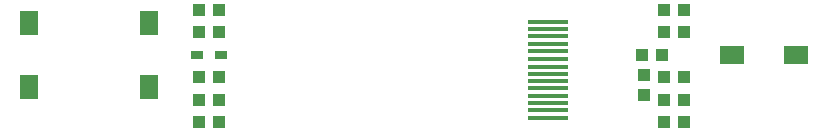
<source format=gbr>
G04 EAGLE Gerber RS-274X export*
G75*
%MOMM*%
%FSLAX34Y34*%
%LPD*%
%INSolderpaste Top*%
%IPPOS*%
%AMOC8*
5,1,8,0,0,1.08239X$1,22.5*%
G01*
%ADD10R,1.100000X1.000000*%
%ADD11R,1.000000X1.100000*%
%ADD12R,1.000000X0.800000*%
%ADD13R,2.000000X1.600000*%
%ADD14R,1.600000X2.000000*%
%ADD15R,3.500000X0.400000*%


D10*
X702700Y114300D03*
X719700Y114300D03*
X702700Y95250D03*
X719700Y95250D03*
X700650Y76200D03*
X683650Y76200D03*
X702700Y38100D03*
X719700Y38100D03*
X702700Y57150D03*
X719700Y57150D03*
X326000Y95250D03*
X309000Y95250D03*
X719700Y19050D03*
X702700Y19050D03*
D11*
X685800Y59300D03*
X685800Y42300D03*
D12*
X327500Y76200D03*
X307500Y76200D03*
D11*
X309000Y38100D03*
X326000Y38100D03*
X309000Y114300D03*
X326000Y114300D03*
X326000Y57150D03*
X309000Y57150D03*
X309000Y19050D03*
X326000Y19050D03*
D13*
X760400Y76200D03*
X814400Y76200D03*
D14*
X165100Y103200D03*
X165100Y49200D03*
X266700Y103200D03*
X266700Y49200D03*
D15*
X604800Y22750D03*
X604800Y29250D03*
X604800Y35750D03*
X604800Y41750D03*
X604800Y48250D03*
X604800Y54250D03*
X604800Y60250D03*
X604800Y66250D03*
X604800Y72750D03*
X604800Y79250D03*
X604800Y85750D03*
X604800Y92250D03*
X604800Y98250D03*
X604800Y104250D03*
M02*

</source>
